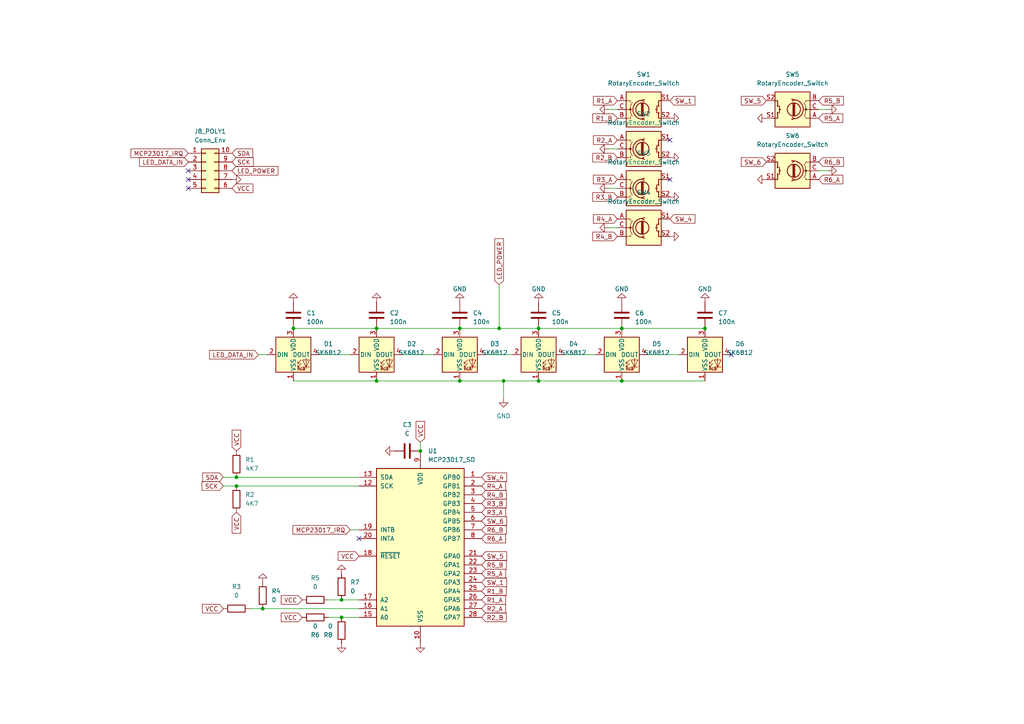
<source format=kicad_sch>
(kicad_sch (version 20230121) (generator eeschema)
  (paper "A4")
  (lib_symbols
    (symbol "Audio_chip:C" (pin_numbers hide) (pin_names (offset 0.254))
      (property "Reference" "C" (at 0.635 2.54 0))
      (property "Value" "C" (at 0.635 -2.54 0))
      (symbol "C_0_1"
        (polyline (pts (xy -2.032 -0.762) (xy 2.032 -0.762)) (stroke (width 0.508)))
        (polyline (pts (xy -2.032 0.762) (xy 2.032 0.762)) (stroke (width 0.508)))
      )
      (symbol "C_1_1"
        (pin passive line (at 0 3.81 270) (length 2.794) (name "~") (number "1"))
        (pin passive line (at 0 -3.81 90) (length 2.794) (name "~") (number "2"))
      )
    )
    (symbol "Connector_Generic:Conn_02x05_Counter_Clockwise" (pin_names (offset 1.016) hide)
      (property "Reference" "J" (at 1.27 7.62 0))
      (property "Value" "Conn_02x05_Counter_Clockwise" (at 1.27 -7.62 0))
      (symbol "Conn_02x05_Counter_Clockwise_1_1"
        (rectangle (start -1.27 -4.953) (end 0 -5.207) (stroke (width 0.1524)))
        (rectangle (start -1.27 -2.413) (end 0 -2.667) (stroke (width 0.1524)))
        (rectangle (start -1.27 0.127) (end 0 -0.127) (stroke (width 0.1524)))
        (rectangle (start -1.27 2.667) (end 0 2.413) (stroke (width 0.1524)))
        (rectangle (start -1.27 5.207) (end 0 4.953) (stroke (width 0.1524)))
        (rectangle (start -1.27 6.35) (end 3.81 -6.35) (stroke (width 0.254)) (fill (type background)))
        (rectangle (start 3.81 -4.953) (end 2.54 -5.207) (stroke (width 0.1524)))
        (rectangle (start 3.81 -2.413) (end 2.54 -2.667) (stroke (width 0.1524)))
        (rectangle (start 3.81 0.127) (end 2.54 -0.127) (stroke (width 0.1524)))
        (rectangle (start 3.81 2.667) (end 2.54 2.413) (stroke (width 0.1524)))
        (rectangle (start 3.81 5.207) (end 2.54 4.953) (stroke (width 0.1524)))
        (pin passive line (at -5.08 5.08 0) (length 3.81) (name "Pin_1") (number "1"))
        (pin passive line (at 7.62 5.08 180) (length 3.81) (name "Pin_10") (number "10"))
        (pin passive line (at -5.08 2.54 0) (length 3.81) (name "Pin_2") (number "2"))
        (pin passive line (at -5.08 0 0) (length 3.81) (name "Pin_3") (number "3"))
        (pin passive line (at -5.08 -2.54 0) (length 3.81) (name "Pin_4") (number "4"))
        (pin passive line (at -5.08 -5.08 0) (length 3.81) (name "Pin_5") (number "5"))
        (pin passive line (at 7.62 -5.08 180) (length 3.81) (name "Pin_6") (number "6"))
        (pin passive line (at 7.62 -2.54 180) (length 3.81) (name "Pin_7") (number "7"))
        (pin passive line (at 7.62 0 180) (length 3.81) (name "Pin_8") (number "8"))
        (pin passive line (at 7.62 2.54 180) (length 3.81) (name "Pin_9") (number "9"))
      )
    )
    (symbol "Device:C" (pin_numbers hide) (pin_names (offset 0.254))
      (property "Reference" "C" (at 0.635 2.54 0))
      (property "Value" "C" (at 0.635 -2.54 0))
      (symbol "C_0_1"
        (polyline (pts (xy -2.032 -0.762) (xy 2.032 -0.762)) (stroke (width 0.508)))
        (polyline (pts (xy -2.032 0.762) (xy 2.032 0.762)) (stroke (width 0.508)))
      )
      (symbol "C_1_1"
        (pin passive line (at 0 3.81 270) (length 2.794) (name "~") (number "1"))
        (pin passive line (at 0 -3.81 90) (length 2.794) (name "~") (number "2"))
      )
    )
    (symbol "Device:R" (pin_numbers hide) (pin_names (offset 0))
      (property "Reference" "R" (at 2.032 0 90))
      (property "Value" "R" (at 0 0 90))
      (symbol "R_0_1"
        (rectangle (start -1.016 -2.54) (end 1.016 2.54) (stroke (width 0.254)))
      )
      (symbol "R_1_1"
        (pin passive line (at 0 3.81 270) (length 1.27) (name "~") (number "1"))
        (pin passive line (at 0 -3.81 90) (length 1.27) (name "~") (number "2"))
      )
    )
    (symbol "Device:RotaryEncoder_Switch" (pin_names (offset 0.254) hide)
      (property "Reference" "SW" (at 0 6.604 0))
      (property "Value" "RotaryEncoder_Switch" (at 0 -6.604 0))
      (symbol "RotaryEncoder_Switch_0_1"
        (rectangle (start -5.08 5.08) (end 5.08 -5.08) (stroke (width 0.254)) (fill (type background)))
        (circle (center -3.81 0) (radius 0.254) (fill (type outline)))
        (circle (center -0.381 0) (radius 1.905) (stroke (width 0.254)))
        (arc (start -0.381 2.667) (mid -3.0988 -0.0635) (end -0.381 -2.794) (stroke (width 0.254)))
        (polyline (pts (xy -0.635 -1.778) (xy -0.635 1.778)) (stroke (width 0.254)))
        (polyline (pts (xy -0.381 -1.778) (xy -0.381 1.778)) (stroke (width 0.254)))
        (polyline (pts (xy -0.127 1.778) (xy -0.127 -1.778)) (stroke (width 0.254)))
        (polyline (pts (xy 3.81 0) (xy 3.429 0)) (stroke (width 0.254)))
        (polyline (pts (xy 3.81 1.016) (xy 3.81 -1.016)) (stroke (width 0.254)))
        (polyline (pts (xy -5.08 -2.54) (xy -3.81 -2.54) (xy -3.81 -2.032)))
        (polyline (pts (xy -5.08 2.54) (xy -3.81 2.54) (xy -3.81 2.032)))
        (polyline (pts (xy 0.254 -3.048) (xy -0.508 -2.794) (xy 0.127 -2.413)) (stroke (width 0.254)))
        (polyline (pts (xy 0.254 2.921) (xy -0.508 2.667) (xy 0.127 2.286)) (stroke (width 0.254)))
        (polyline (pts (xy 5.08 -2.54) (xy 4.318 -2.54) (xy 4.318 -1.016)) (stroke (width 0.254)))
        (polyline (pts (xy 5.08 2.54) (xy 4.318 2.54) (xy 4.318 1.016)) (stroke (width 0.254)))
        (polyline (pts (xy -5.08 0) (xy -3.81 0) (xy -3.81 -1.016) (xy -3.302 -2.032)))
        (polyline (pts (xy -4.318 0) (xy -3.81 0) (xy -3.81 1.016) (xy -3.302 2.032)))
        (circle (center 4.318 -1.016) (radius 0.127) (stroke (width 0.254)))
        (circle (center 4.318 1.016) (radius 0.127) (stroke (width 0.254)))
      )
      (symbol "RotaryEncoder_Switch_1_1"
        (pin passive line (at -7.62 2.54 0) (length 2.54) (name "A") (number "A"))
        (pin passive line (at -7.62 -2.54 0) (length 2.54) (name "B") (number "B"))
        (pin passive line (at -7.62 0 0) (length 2.54) (name "C") (number "C"))
        (pin passive line (at 7.62 2.54 180) (length 2.54) (name "S1") (number "S1"))
        (pin passive line (at 7.62 -2.54 180) (length 2.54) (name "S2") (number "S2"))
      )
    )
    (symbol "Interface_Expansion:MCP23017_SO" (pin_names (offset 1.016))
      (property "Reference" "U" (at -11.43 24.13 0))
      (property "Value" "MCP23017_SO" (at 0 0 0))
      (symbol "MCP23017_SO_0_1"
        (rectangle (start -12.7 22.86) (end 12.7 -22.86) (stroke (width 0.254)) (fill (type background)))
      )
      (symbol "MCP23017_SO_1_1"
        (pin bidirectional line (at 17.78 20.32 180) (length 5.08) (name "GPB0") (number "1"))
        (pin power_in line (at 0 -27.94 90) (length 5.08) (name "VSS") (number "10"))
        (pin no_connect line (at -12.7 15.24 0) (length 5.08) hide (name "NC") (number "11"))
        (pin input line (at -17.78 17.78 0) (length 5.08) (name "SCK") (number "12"))
        (pin bidirectional line (at -17.78 20.32 0) (length 5.08) (name "SDA") (number "13"))
        (pin no_connect line (at -12.7 12.7 0) (length 5.08) hide (name "NC") (number "14"))
        (pin input line (at -17.78 -20.32 0) (length 5.08) (name "A0") (number "15"))
        (pin input line (at -17.78 -17.78 0) (length 5.08) (name "A1") (number "16"))
        (pin input line (at -17.78 -15.24 0) (length 5.08) (name "A2") (number "17"))
        (pin input line (at -17.78 -2.54 0) (length 5.08) (name "~{RESET}") (number "18"))
        (pin tri_state line (at -17.78 5.08 0) (length 5.08) (name "INTB") (number "19"))
        (pin bidirectional line (at 17.78 17.78 180) (length 5.08) (name "GPB1") (number "2"))
        (pin tri_state line (at -17.78 2.54 0) (length 5.08) (name "INTA") (number "20"))
        (pin bidirectional line (at 17.78 -2.54 180) (length 5.08) (name "GPA0") (number "21"))
        (pin bidirectional line (at 17.78 -5.08 180) (length 5.08) (name "GPA1") (number "22"))
        (pin bidirectional line (at 17.78 -7.62 180) (length 5.08) (name "GPA2") (number "23"))
        (pin bidirectional line (at 17.78 -10.16 180) (length 5.08) (name "GPA3") (number "24"))
        (pin bidirectional line (at 17.78 -12.7 180) (length 5.08) (name "GPA4") (number "25"))
        (pin bidirectional line (at 17.78 -15.24 180) (length 5.08) (name "GPA5") (number "26"))
        (pin bidirectional line (at 17.78 -17.78 180) (length 5.08) (name "GPA6") (number "27"))
        (pin bidirectional line (at 17.78 -20.32 180) (length 5.08) (name "GPA7") (number "28"))
        (pin bidirectional line (at 17.78 15.24 180) (length 5.08) (name "GPB2") (number "3"))
        (pin bidirectional line (at 17.78 12.7 180) (length 5.08) (name "GPB3") (number "4"))
        (pin bidirectional line (at 17.78 10.16 180) (length 5.08) (name "GPB4") (number "5"))
        (pin bidirectional line (at 17.78 7.62 180) (length 5.08) (name "GPB5") (number "6"))
        (pin bidirectional line (at 17.78 5.08 180) (length 5.08) (name "GPB6") (number "7"))
        (pin bidirectional line (at 17.78 2.54 180) (length 5.08) (name "GPB7") (number "8"))
        (pin power_in line (at 0 27.94 270) (length 5.08) (name "VDD") (number "9"))
      )
    )
    (symbol "LED:SK6812" (pin_names (offset 0.254))
      (property "Reference" "D" (at 5.08 5.715 0))
      (property "Value" "SK6812" (at 1.27 -5.715 0))
      (symbol "SK6812_0_0"
        (text "RGB" (at 2.286 -4.191 0) (effects (font (size 0.762 0.762))))
      )
      (symbol "SK6812_0_1"
        (polyline (pts (xy 1.27 -3.556) (xy 1.778 -3.556)))
        (polyline (pts (xy 1.27 -2.54) (xy 1.778 -2.54)))
        (polyline (pts (xy 4.699 -3.556) (xy 2.667 -3.556)))
        (polyline (pts (xy 2.286 -2.54) (xy 1.27 -3.556) (xy 1.27 -3.048)))
        (polyline (pts (xy 2.286 -1.524) (xy 1.27 -2.54) (xy 1.27 -2.032)))
        (polyline (pts (xy 3.683 -1.016) (xy 3.683 -3.556) (xy 3.683 -4.064)))
        (polyline (pts (xy 4.699 -1.524) (xy 2.667 -1.524) (xy 3.683 -3.556) (xy 4.699 -1.524)))
        (rectangle (start 5.08 5.08) (end -5.08 -5.08) (stroke (width 0.254)) (fill (type background)))
      )
      (symbol "SK6812_1_1"
        (pin power_in line (at 0 -7.62 90) (length 2.54) (name "VSS") (number "1"))
        (pin input line (at -7.62 0 0) (length 2.54) (name "DIN") (number "2"))
        (pin power_in line (at 0 7.62 270) (length 2.54) (name "VDD") (number "3"))
        (pin output line (at 7.62 0 180) (length 2.54) (name "DOUT") (number "4"))
      )
    )
    (symbol "power:GND" (power) (pin_names (offset 0))
      (property "Value" "GND" (at 0 -3.81 0))
      (symbol "GND_0_1"
        (polyline (pts (xy 0 0) (xy 0 -1.27) (xy 1.27 -1.27) (xy 0 -2.54) (xy -1.27 -1.27) (xy 0 -1.27)))
      )
      (symbol "GND_1_1"
        (pin power_in line (at 0 0 270) (length 0) hide (name "GND") (number "1"))
      )
    )
  )
  (junction (at 68.58 138.43))
  (junction (at 121.92 130.81))
  (junction (at 68.58 140.97))
  (junction (at 144.78 95.25))
  (junction (at 99.06 179.07))
  (junction (at 156.21 95.25))
  (junction (at 133.35 110.49))
  (junction (at 109.22 110.49))
  (junction (at 99.06 173.99))
  (junction (at 180.34 110.49))
  (junction (at 180.34 95.25))
  (junction (at 109.22 95.25))
  (junction (at 133.35 95.25))
  (junction (at 156.21 110.49))
  (junction (at 146.05 110.49))
  (junction (at 204.47 95.25))
  (junction (at 76.2 176.53))
  (junction (at 85.09 95.25))
  (no_connect (at 194.31 40.64))
  (no_connect (at 54.61 54.61))
  (no_connect (at 54.61 49.53))
  (no_connect (at 54.61 52.07))
  (no_connect (at 212.09 102.87))
  (no_connect (at 104.14 156.21))
  (no_connect (at 194.31 52.07))
  (wire (pts (xy 68.58 140.97) (xy 104.14 140.97)))
  (wire (pts (xy 187.96 102.87) (xy 196.85 102.87)))
  (wire (pts (xy 64.77 140.97) (xy 68.58 140.97)))
  (wire (pts (xy 109.22 110.49) (xy 133.35 110.49)))
  (wire (pts (xy 176.53 66.04) (xy 179.07 66.04)))
  (wire (pts (xy 176.53 43.18) (xy 179.07 43.18)))
  (wire (pts (xy 76.2 176.53) (xy 104.14 176.53)))
  (wire (pts (xy 176.53 54.61) (xy 179.07 54.61)))
  (wire (pts (xy 133.35 95.25) (xy 144.78 95.25)))
  (wire (pts (xy 121.92 128.27) (xy 121.92 130.81)))
  (wire (pts (xy 144.78 82.55) (xy 144.78 95.25)))
  (wire (pts (xy 72.39 176.53) (xy 76.2 176.53)))
  (wire (pts (xy 109.22 95.25) (xy 133.35 95.25)))
  (wire (pts (xy 163.83 102.87) (xy 172.72 102.87)))
  (wire (pts (xy 146.05 110.49) (xy 156.21 110.49)))
  (wire (pts (xy 240.03 31.75) (xy 237.49 31.75)))
  (wire (pts (xy 144.78 95.25) (xy 156.21 95.25)))
  (wire (pts (xy 156.21 110.49) (xy 180.34 110.49)))
  (wire (pts (xy 99.06 173.99) (xy 104.14 173.99)))
  (wire (pts (xy 99.06 179.07) (xy 104.14 179.07)))
  (wire (pts (xy 240.03 49.53) (xy 237.49 49.53)))
  (wire (pts (xy 95.25 173.99) (xy 99.06 173.99)))
  (wire (pts (xy 133.35 110.49) (xy 146.05 110.49)))
  (wire (pts (xy 64.77 138.43) (xy 68.58 138.43)))
  (wire (pts (xy 176.53 31.75) (xy 179.07 31.75)))
  (wire (pts (xy 101.6 153.67) (xy 104.14 153.67)))
  (wire (pts (xy 180.34 95.25) (xy 204.47 95.25)))
  (wire (pts (xy 116.84 102.87) (xy 125.73 102.87)))
  (wire (pts (xy 146.05 110.49) (xy 146.05 115.57)))
  (wire (pts (xy 92.71 102.87) (xy 101.6 102.87)))
  (wire (pts (xy 140.97 102.87) (xy 148.59 102.87)))
  (wire (pts (xy 95.25 179.07) (xy 99.06 179.07)))
  (wire (pts (xy 85.09 95.25) (xy 109.22 95.25)))
  (wire (pts (xy 85.09 110.49) (xy 109.22 110.49)))
  (wire (pts (xy 68.58 138.43) (xy 104.14 138.43)))
  (wire (pts (xy 180.34 110.49) (xy 204.47 110.49)))
  (wire (pts (xy 156.21 95.25) (xy 180.34 95.25)))
  (wire (pts (xy 74.93 102.87) (xy 77.47 102.87)))
  (global_label "VCC" (shape input) (at 67.31 54.61 0) (property "Intersheetrefs" "${INTERSHEET_REFS}" (effects hide)))
  (global_label "VCC" (shape input) (at 68.58 148.59 270) (property "Intersheetrefs" "${INTERSHEET_REFS}" (effects hide)))
  (global_label "LED_POWER" (shape input) (at 67.31 49.53 0) (property "Intersheetrefs" "${INTERSHEET_REFS}" (effects hide)))
  (global_label "SW_4" (shape input) (at 139.7 138.43 0) (property "Intersheetrefs" "${INTERSHEET_REFS}" (effects hide)))
  (global_label "R4_B" (shape input) (at 179.07 68.58 180) (property "Intersheetrefs" "${INTERSHEET_REFS}" (effects hide)))
  (global_label "R2_B" (shape input) (at 179.07 45.72 180) (property "Intersheetrefs" "${INTERSHEET_REFS}" (effects hide)))
  (global_label "R6_A" (shape input) (at 139.7 156.21 0) (property "Intersheetrefs" "${INTERSHEET_REFS}" (effects hide)))
  (global_label "SW_1" (shape input) (at 139.7 168.91 0) (property "Intersheetrefs" "${INTERSHEET_REFS}" (effects hide)))
  (global_label "VCC" (shape input) (at 121.92 128.27 90) (property "Intersheetrefs" "${INTERSHEET_REFS}" (effects hide)))
  (global_label "SW_4" (shape input) (at 194.31 63.5 0) (property "Intersheetrefs" "${INTERSHEET_REFS}" (effects hide)))
  (global_label "R2_A" (shape input) (at 179.07 40.64 180) (property "Intersheetrefs" "${INTERSHEET_REFS}" (effects hide)))
  (global_label "SW_5" (shape input) (at 222.25 29.21 180) (property "Intersheetrefs" "${INTERSHEET_REFS}" (effects hide)))
  (global_label "R1_A" (shape input) (at 179.07 29.21 180) (property "Intersheetrefs" "${INTERSHEET_REFS}" (effects hide)))
  (global_label "VCC" (shape input) (at 87.63 173.99 180) (property "Intersheetrefs" "${INTERSHEET_REFS}" (effects hide)))
  (global_label "VCC" (shape input) (at 104.14 161.29 180) (property "Intersheetrefs" "${INTERSHEET_REFS}" (effects hide)))
  (global_label "SW_6" (shape input) (at 222.25 46.99 180) (property "Intersheetrefs" "${INTERSHEET_REFS}" (effects hide)))
  (global_label "R4_A" (shape input) (at 139.7 140.97 0) (property "Intersheetrefs" "${INTERSHEET_REFS}" (effects hide)))
  (global_label "R5_A" (shape input) (at 237.49 34.29 0) (property "Intersheetrefs" "${INTERSHEET_REFS}" (effects hide)))
  (global_label "VCC" (shape input) (at 64.77 176.53 180) (property "Intersheetrefs" "${INTERSHEET_REFS}" (effects hide)))
  (global_label "MCP23017_IRQ" (shape input) (at 101.6 153.67 180) (property "Intersheetrefs" "${INTERSHEET_REFS}" (effects hide)))
  (global_label "MCP23017_IRQ" (shape input) (at 54.61 44.45 180) (property "Intersheetrefs" "${INTERSHEET_REFS}" (effects hide)))
  (global_label "SDA" (shape input) (at 67.31 44.45 0) (property "Intersheetrefs" "${INTERSHEET_REFS}" (effects hide)))
  (global_label "R6_A" (shape input) (at 237.49 52.07 0) (property "Intersheetrefs" "${INTERSHEET_REFS}" (effects hide)))
  (global_label "R2_B" (shape input) (at 139.7 179.07 0) (property "Intersheetrefs" "${INTERSHEET_REFS}" (effects hide)))
  (global_label "R5_B" (shape input) (at 237.49 29.21 0) (property "Intersheetrefs" "${INTERSHEET_REFS}" (effects hide)))
  (global_label "R6_B" (shape input) (at 139.7 153.67 0) (property "Intersheetrefs" "${INTERSHEET_REFS}" (effects hide)))
  (global_label "R1_B" (shape input) (at 179.07 34.29 180) (property "Intersheetrefs" "${INTERSHEET_REFS}" (effects hide)))
  (global_label "LED_POWER" (shape input) (at 144.78 82.55 90) (property "Intersheetrefs" "${INTERSHEET_REFS}" (effects hide)))
  (global_label "SDA" (shape input) (at 64.77 138.43 180) (property "Intersheetrefs" "${INTERSHEET_REFS}" (effects hide)))
  (global_label "R3_A" (shape input) (at 139.7 148.59 0) (property "Intersheetrefs" "${INTERSHEET_REFS}" (effects hide)))
  (global_label "SW_5" (shape input) (at 139.7 161.29 0) (property "Intersheetrefs" "${INTERSHEET_REFS}" (effects hide)))
  (global_label "R2_A" (shape input) (at 139.7 176.53 0) (property "Intersheetrefs" "${INTERSHEET_REFS}" (effects hide)))
  (global_label "R4_B" (shape input) (at 139.7 143.51 0) (property "Intersheetrefs" "${INTERSHEET_REFS}" (effects hide)))
  (global_label "SCK" (shape input) (at 67.31 46.99 0) (property "Intersheetrefs" "${INTERSHEET_REFS}" (effects hide)))
  (global_label "R5_B" (shape input) (at 139.7 163.83 0) (property "Intersheetrefs" "${INTERSHEET_REFS}" (effects hide)))
  (global_label "SW_6" (shape input) (at 139.7 151.13 0) (property "Intersheetrefs" "${INTERSHEET_REFS}" (effects hide)))
  (global_label "SCK" (shape input) (at 64.77 140.97 180) (property "Intersheetrefs" "${INTERSHEET_REFS}" (effects hide)))
  (global_label "R6_B" (shape input) (at 237.49 46.99 0) (property "Intersheetrefs" "${INTERSHEET_REFS}" (effects hide)))
  (global_label "R1_B" (shape input) (at 139.7 171.45 0) (property "Intersheetrefs" "${INTERSHEET_REFS}" (effects hide)))
  (global_label "R3_A" (shape input) (at 179.07 52.07 180) (property "Intersheetrefs" "${INTERSHEET_REFS}" (effects hide)))
  (global_label "R3_B" (shape input) (at 139.7 146.05 0) (property "Intersheetrefs" "${INTERSHEET_REFS}" (effects hide)))
  (global_label "LED_DATA_IN" (shape input) (at 54.61 46.99 180) (property "Intersheetrefs" "${INTERSHEET_REFS}" (effects hide)))
  (global_label "R3_B" (shape input) (at 179.07 57.15 180) (property "Intersheetrefs" "${INTERSHEET_REFS}" (effects hide)))
  (global_label "R1_A" (shape input) (at 139.7 173.99 0) (property "Intersheetrefs" "${INTERSHEET_REFS}" (effects hide)))
  (global_label "SW_1" (shape input) (at 194.31 29.21 0) (property "Intersheetrefs" "${INTERSHEET_REFS}" (effects hide)))
  (global_label "VCC" (shape input) (at 68.58 130.81 90) (property "Intersheetrefs" "${INTERSHEET_REFS}" (effects hide)))
  (global_label "R5_A" (shape input) (at 139.7 166.37 0) (property "Intersheetrefs" "${INTERSHEET_REFS}" (effects hide)))
  (global_label "VCC" (shape input) (at 87.63 179.07 180) (property "Intersheetrefs" "${INTERSHEET_REFS}" (effects hide)))
  (global_label "R4_A" (shape input) (at 179.07 63.5 180) (property "Intersheetrefs" "${INTERSHEET_REFS}" (effects hide)))
  (global_label "LED_DATA_IN" (shape input) (at 74.93 102.87 180) (property "Intersheetrefs" "${INTERSHEET_REFS}" (effects hide)))
  (symbol (lib_id "power:GND") (at 240.03 49.53 90) (unit 1)
    (property "Reference" "#PWR024" (effects hide))
    (property "Value" "GND" (effects hide))
  )
  (symbol (lib_id "Device:RotaryEncoder_Switch") (at 186.69 66.04 0) (unit 1)
    (property "Reference" "SW4" (at 186.69 55.88 0))
    (property "Value" "RotaryEncoder_Switch" (at 186.69 58.42 0))
    (property "Footprint" "Rotary_Encoder:RotaryEncoder_Alps_EC11E-Switch_Vertical_H20mm" (effects hide))
  )
  (symbol (lib_id "Device:R") (at 68.58 144.78 0) (unit 1)
    (property "Reference" "R2" (at 71.12 143.51 0) (effects (justify left)))
    (property "Value" "4K7" (at 71.12 146.05 0) (effects (justify left)))
    (property "Footprint" "Resistor_SMD:R_1206_3216Metric_Pad1.30x1.75mm_HandSolder" (effects hide))
  )
  (symbol (lib_id "Device:RotaryEncoder_Switch") (at 186.69 54.61 0) (unit 1)
    (property "Reference" "SW3" (at 186.69 44.45 0))
    (property "Value" "RotaryEncoder_Switch" (at 186.69 46.99 0))
    (property "Footprint" "Rotary_Encoder:RotaryEncoder_Alps_EC11E-Switch_Vertical_H20mm" (effects hide))
  )
  (symbol (lib_id "Device:C") (at 118.11 130.81 90) (unit 1)
    (property "Reference" "C3" (at 118.11 123.19 90))
    (property "Value" "C" (at 118.11 125.73 90))
    (property "Footprint" "Capacitor_SMD:C_1206_3216Metric_Pad1.33x1.80mm_HandSolder" (effects hide))
  )
  (symbol (lib_id "power:GND") (at 114.3 130.81 270) (unit 1)
    (property "Reference" "#PWR07" (effects hide))
    (property "Value" "GND" (effects hide))
  )
  (symbol (lib_id "Audio_chip:C") (at 109.22 91.44 0) (unit 1)
    (property "Reference" "C2" (at 113.03 90.805 0) (effects (justify left)))
    (property "Value" "100n" (at 113.03 93.345 0) (effects (justify left)))
    (property "Footprint" "Capacitor_SMD:C_1206_3216Metric_Pad1.33x1.80mm_HandSolder" (effects hide))
  )
  (symbol (lib_id "power:GND") (at 109.22 87.63 180) (unit 1)
    (property "Reference" "#PWR06" (effects hide))
    (property "Value" "GND" (effects hide))
  )
  (symbol (lib_id "Audio_chip:C") (at 180.34 91.44 0) (unit 1)
    (property "Reference" "C6" (at 184.15 90.805 0) (effects (justify left)))
    (property "Value" "100n" (at 184.15 93.345 0) (effects (justify left)))
    (property "Footprint" "Capacitor_SMD:C_1206_3216Metric_Pad1.33x1.80mm_HandSolder" (effects hide))
  )
  (symbol (lib_id "Audio_chip:C") (at 133.35 91.44 0) (unit 1)
    (property "Reference" "C4" (at 137.16 90.805 0) (effects (justify left)))
    (property "Value" "100n" (at 137.16 93.345 0) (effects (justify left)))
    (property "Footprint" "Capacitor_SMD:C_1206_3216Metric_Pad1.33x1.80mm_HandSolder" (effects hide))
  )
  (symbol (lib_id "Device:RotaryEncoder_Switch") (at 229.87 31.75 180) (unit 1)
    (property "Reference" "SW5" (at 229.87 21.59 0))
    (property "Value" "RotaryEncoder_Switch" (at 229.87 24.13 0))
    (property "Footprint" "Rotary_Encoder:RotaryEncoder_Alps_EC11E-Switch_Vertical_H20mm" (effects hide))
  )
  (symbol (lib_id "Audio_chip:C") (at 156.21 91.44 0) (unit 1)
    (property "Reference" "C5" (at 160.02 90.805 0) (effects (justify left)))
    (property "Value" "100n" (at 160.02 93.345 0) (effects (justify left)))
    (property "Footprint" "Capacitor_SMD:C_1206_3216Metric_Pad1.33x1.80mm_HandSolder" (effects hide))
  )
  (symbol (lib_id "LED:SK6812") (at 156.21 102.87 0) (unit 1)
    (property "Reference" "D4" (at 166.37 99.7459 0))
    (property "Value" "SK6812" (at 166.37 102.2859 0))
    (property "Footprint" "LED_SMD:LED_SK6812_PLCC4_5.0x5.0mm_P3.2mm" (effects hide))
    (property "Datasheet" "https://cdn-shop.adafruit.com/product-files/1138/SK6812+LED+datasheet+.pdf" (effects hide))
  )
  (symbol (lib_id "power:GND") (at 146.05 115.57 0) (unit 1)
    (property "Reference" "#PWR010" (effects hide))
    (property "Value" "GND" (at 146.05 120.65 0))
  )
  (symbol (lib_id "power:GND") (at 180.34 87.63 180) (unit 1)
    (property "Reference" "#PWR016" (effects hide))
    (property "Value" "GND" (at 180.34 83.82 0))
  )
  (symbol (lib_id "LED:SK6812") (at 204.47 102.87 0) (unit 1)
    (property "Reference" "D6" (at 214.63 99.7459 0))
    (property "Value" "SK6812" (at 214.63 102.2859 0))
    (property "Footprint" "LED_SMD:LED_SK6812_PLCC4_5.0x5.0mm_P3.2mm" (effects hide))
    (property "Datasheet" "https://cdn-shop.adafruit.com/product-files/1138/SK6812+LED+datasheet+.pdf" (effects hide))
  )
  (symbol (lib_id "Device:R") (at 76.2 172.72 180) (unit 1)
    (property "Reference" "R4" (at 78.74 171.45 0) (effects (justify right)))
    (property "Value" "0" (at 78.74 173.99 0) (effects (justify right)))
    (property "Footprint" "Resistor_SMD:R_1206_3216Metric_Pad1.30x1.75mm_HandSolder" (effects hide))
  )
  (symbol (lib_id "power:GND") (at 204.47 87.63 180) (unit 1)
    (property "Reference" "#PWR025" (effects hide))
    (property "Value" "GND" (at 204.47 83.82 0))
  )
  (symbol (lib_id "LED:SK6812") (at 180.34 102.87 0) (unit 1)
    (property "Reference" "D5" (at 190.5 99.7459 0))
    (property "Value" "SK6812" (at 190.5 102.2859 0))
    (property "Footprint" "LED_SMD:LED_SK6812_PLCC4_5.0x5.0mm_P3.2mm" (effects hide))
    (property "Datasheet" "https://cdn-shop.adafruit.com/product-files/1138/SK6812+LED+datasheet+.pdf" (effects hide))
  )
  (symbol (lib_id "power:GND") (at 176.53 66.04 270) (unit 1)
    (property "Reference" "#PWR015" (effects hide))
    (property "Value" "GND" (effects hide))
  )
  (symbol (lib_id "power:GND") (at 99.06 166.37 180) (unit 1)
    (property "Reference" "#PWR04" (effects hide))
    (property "Value" "GND" (effects hide))
  )
  (symbol (lib_id "power:GND") (at 176.53 31.75 270) (unit 1)
    (property "Reference" "#PWR012" (effects hide))
    (property "Value" "GND" (effects hide))
  )
  (symbol (lib_id "Device:R") (at 68.58 134.62 0) (unit 1)
    (property "Reference" "R1" (at 71.12 133.35 0) (effects (justify left)))
    (property "Value" "4K7" (at 71.12 135.89 0) (effects (justify left)))
    (property "Footprint" "Resistor_SMD:R_1206_3216Metric_Pad1.30x1.75mm_HandSolder" (effects hide))
  )
  (symbol (lib_id "Device:R") (at 91.44 179.07 90) (unit 1)
    (property "Reference" "R6" (at 91.44 184.15 90))
    (property "Value" "0" (at 91.44 181.61 90))
    (property "Footprint" "Resistor_SMD:R_1206_3216Metric_Pad1.30x1.75mm_HandSolder" (effects hide))
  )
  (symbol (lib_id "power:GND") (at 222.25 52.07 270) (unit 1)
    (property "Reference" "#PWR023" (effects hide))
    (property "Value" "GND" (effects hide))
  )
  (symbol (lib_id "power:GND") (at 176.53 54.61 270) (unit 1)
    (property "Reference" "#PWR014" (effects hide))
    (property "Value" "GND" (effects hide))
  )
  (symbol (lib_id "power:GND") (at 85.09 87.63 180) (unit 1)
    (property "Reference" "#PWR03" (effects hide))
    (property "Value" "GND" (effects hide))
  )
  (symbol (lib_id "power:GND") (at 99.06 186.69 0) (unit 1)
    (property "Reference" "#PWR05" (effects hide))
    (property "Value" "GND" (effects hide))
  )
  (symbol (lib_id "power:GND") (at 156.21 87.63 180) (unit 1)
    (property "Reference" "#PWR011" (effects hide))
    (property "Value" "GND" (at 156.21 83.82 0))
  )
  (symbol (lib_id "LED:SK6812") (at 85.09 102.87 0) (unit 1)
    (property "Reference" "D1" (at 95.25 99.7459 0))
    (property "Value" "SK6812" (at 95.25 102.2859 0))
    (property "Footprint" "LED_SMD:LED_SK6812_PLCC4_5.0x5.0mm_P3.2mm" (effects hide))
    (property "Datasheet" "https://cdn-shop.adafruit.com/product-files/1138/SK6812+LED+datasheet+.pdf" (effects hide))
  )
  (symbol (lib_id "Device:RotaryEncoder_Switch") (at 186.69 31.75 0) (unit 1)
    (property "Reference" "SW1" (at 186.69 21.59 0))
    (property "Value" "RotaryEncoder_Switch" (at 186.69 24.13 0))
    (property "Footprint" "Rotary_Encoder:RotaryEncoder_Alps_EC11E-Switch_Vertical_H20mm" (effects hide))
  )
  (symbol (lib_id "power:GND") (at 176.53 43.18 270) (unit 1)
    (property "Reference" "#PWR013" (effects hide))
    (property "Value" "GND" (effects hide))
  )
  (symbol (lib_id "power:GND") (at 67.31 52.07 90) (unit 1)
    (property "Reference" "#PWR01" (effects hide))
    (property "Value" "GND" (effects hide))
  )
  (symbol (lib_id "Device:R") (at 99.06 170.18 180) (unit 1)
    (property "Reference" "R7" (at 101.6 168.91 0) (effects (justify right)))
    (property "Value" "0" (at 101.6 171.45 0) (effects (justify right)))
    (property "Footprint" "Resistor_SMD:R_1206_3216Metric_Pad1.30x1.75mm_HandSolder" (effects hide))
  )
  (symbol (lib_id "power:GND") (at 76.2 168.91 180) (unit 1)
    (property "Reference" "#PWR02" (effects hide))
    (property "Value" "GND" (effects hide))
  )
  (symbol (lib_id "LED:SK6812") (at 133.35 102.87 0) (unit 1)
    (property "Reference" "D3" (at 143.51 99.7459 0))
    (property "Value" "SK6812" (at 143.51 102.2859 0))
    (property "Footprint" "LED_SMD:LED_SK6812_PLCC4_5.0x5.0mm_P3.2mm" (effects hide))
    (property "Datasheet" "https://cdn-shop.adafruit.com/product-files/1138/SK6812+LED+datasheet+.pdf" (effects hide))
  )
  (symbol (lib_id "power:GND") (at 121.92 186.69 0) (unit 1)
    (property "Reference" "#PWR08" (effects hide))
    (property "Value" "GND" (effects hide))
  )
  (symbol (lib_id "Audio_chip:C") (at 204.47 91.44 0) (unit 1)
    (property "Reference" "C7" (at 208.28 90.805 0) (effects (justify left)))
    (property "Value" "100n" (at 208.28 93.345 0) (effects (justify left)))
    (property "Footprint" "Capacitor_SMD:C_1206_3216Metric_Pad1.33x1.80mm_HandSolder" (effects hide))
  )
  (symbol (lib_id "Device:R") (at 91.44 173.99 90) (unit 1)
    (property "Reference" "R5" (at 91.44 167.64 90))
    (property "Value" "0" (at 91.44 170.18 90))
    (property "Footprint" "Resistor_SMD:R_1206_3216Metric_Pad1.30x1.75mm_HandSolder" (effects hide))
  )
  (symbol (lib_id "Connector_Generic:Conn_02x05_Counter_Clockwise") (at 59.69 49.53 0) (unit 1)
    (property "Reference" "J8_POLY1" (at 60.96 38.1 0))
    (property "Value" "Conn_Env" (at 60.96 40.64 0))
    (property "Footprint" "Connector_PinHeader_2.54mm:PinHeader_2x05_P2.54mm_Vertical" (effects hide))
  )
  (symbol (lib_id "power:GND") (at 222.25 34.29 270) (unit 1)
    (property "Reference" "#PWR021" (effects hide))
    (property "Value" "GND" (effects hide))
  )
  (symbol (lib_id "power:GND") (at 194.31 45.72 90) (unit 1)
    (property "Reference" "#PWR018" (effects hide))
    (property "Value" "GND" (effects hide))
  )
  (symbol (lib_id "Device:RotaryEncoder_Switch") (at 229.87 49.53 180) (unit 1)
    (property "Reference" "SW6" (at 229.87 39.37 0))
    (property "Value" "RotaryEncoder_Switch" (at 229.87 41.91 0))
    (property "Footprint" "Rotary_Encoder:RotaryEncoder_Alps_EC11E-Switch_Vertical_H20mm" (effects hide))
  )
  (symbol (lib_id "Device:RotaryEncoder_Switch") (at 186.69 43.18 0) (unit 1)
    (property "Reference" "SW2" (at 186.69 33.02 0))
    (property "Value" "RotaryEncoder_Switch" (at 186.69 35.56 0))
    (property "Footprint" "Rotary_Encoder:RotaryEncoder_Alps_EC11E-Switch_Vertical_H20mm" (effects hide))
  )
  (symbol (lib_id "Interface_Expansion:MCP23017_SO") (at 121.92 158.75 0) (unit 1)
    (property "Reference" "U1" (at 124.1141 130.81 0) (effects (justify left)))
    (property "Value" "MCP23017_SO" (at 124.1141 133.35 0) (effects (justify left)))
    (property "Footprint" "Package_SO:SOIC-28W_7.5x17.9mm_P1.27mm" (effects hide))
    (property "Datasheet" "http://ww1.microchip.com/downloads/en/DeviceDoc/20001952C.pdf" (effects hide))
  )
  (symbol (lib_id "power:GND") (at 194.31 68.58 90) (unit 1)
    (property "Reference" "#PWR020" (effects hide))
    (property "Value" "GND" (effects hide))
  )
  (symbol (lib_id "Audio_chip:C") (at 85.09 91.44 0) (unit 1)
    (property "Reference" "C1" (at 88.9 90.805 0) (effects (justify left)))
    (property "Value" "100n" (at 88.9 93.345 0) (effects (justify left)))
    (property "Footprint" "Capacitor_SMD:C_1206_3216Metric_Pad1.33x1.80mm_HandSolder" (effects hide))
  )
  (symbol (lib_id "power:GND") (at 194.31 57.15 90) (unit 1)
    (property "Reference" "#PWR019" (effects hide))
    (property "Value" "GND" (effects hide))
  )
  (symbol (lib_id "LED:SK6812") (at 109.22 102.87 0) (unit 1)
    (property "Reference" "D2" (at 119.38 99.7459 0))
    (property "Value" "SK6812" (at 119.38 102.2859 0))
    (property "Footprint" "LED_SMD:LED_SK6812_PLCC4_5.0x5.0mm_P3.2mm" (effects hide))
    (property "Datasheet" "https://cdn-shop.adafruit.com/product-files/1138/SK6812+LED+datasheet+.pdf" (effects hide))
  )
  (symbol (lib_id "power:GND") (at 133.35 87.63 180) (unit 1)
    (property "Reference" "#PWR09" (effects hide))
    (property "Value" "GND" (at 133.35 83.82 0))
  )
  (symbol (lib_id "power:GND") (at 240.03 31.75 90) (unit 1)
    (property "Reference" "#PWR022" (effects hide))
    (property "Value" "GND" (effects hide))
  )
  (symbol (lib_id "Device:R") (at 68.58 176.53 90) (unit 1)
    (property "Reference" "R3" (at 68.58 170.18 90))
    (property "Value" "0" (at 68.58 172.72 90))
    (property "Footprint" "Resistor_SMD:R_1206_3216Metric_Pad1.30x1.75mm_HandSolder" (effects hide))
  )
  (symbol (lib_id "power:GND") (at 194.31 34.29 90) (unit 1)
    (property "Reference" "#PWR017" (effects hide))
    (property "Value" "GND" (effects hide))
  )
  (symbol (lib_id "Device:R") (at 99.06 182.88 0) (unit 1)
    (property "Reference" "R8" (at 96.52 184.15 0) (effects (justify right)))
    (property "Value" "0" (at 96.52 181.61 0) (effects (justify right)))
    (property "Footprint" "Resistor_SMD:R_1206_3216Metric_Pad1.30x1.75mm_HandSolder" (effects hide))
  )
)
</source>
